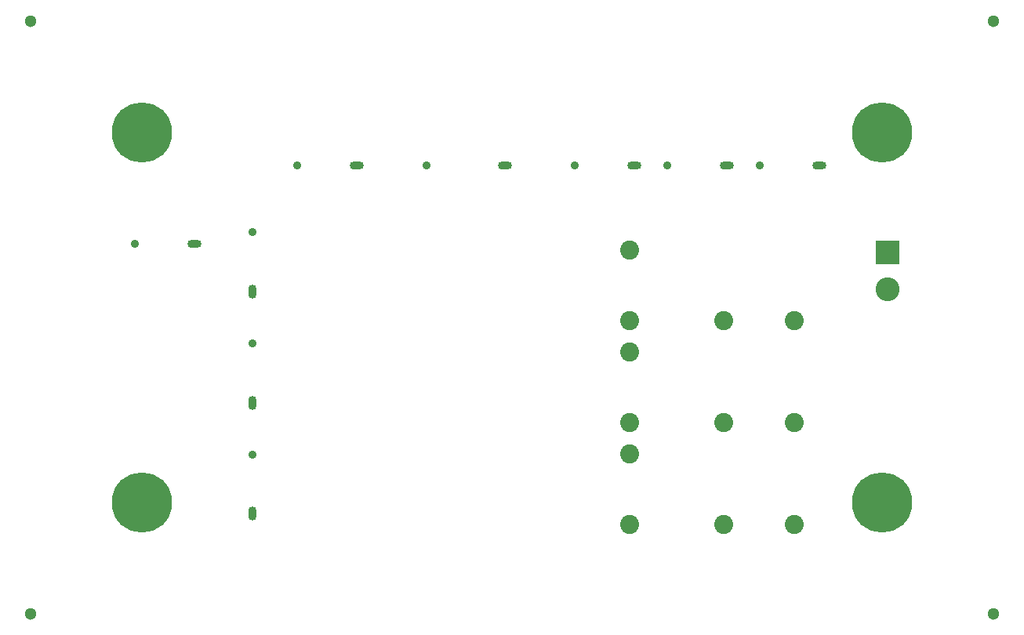
<source format=gbr>
%TF.GenerationSoftware,KiCad,Pcbnew,7.0.10*%
%TF.CreationDate,2024-07-30T22:44:23+09:00*%
%TF.ProjectId,Latch-Circuit,4c617463-682d-4436-9972-637569742e6b,rev?*%
%TF.SameCoordinates,Original*%
%TF.FileFunction,Soldermask,Bot*%
%TF.FilePolarity,Negative*%
%FSLAX46Y46*%
G04 Gerber Fmt 4.6, Leading zero omitted, Abs format (unit mm)*
G04 Created by KiCad (PCBNEW 7.0.10) date 2024-07-30 22:44:23*
%MOMM*%
%LPD*%
G01*
G04 APERTURE LIST*
G04 Aperture macros list*
%AMRoundRect*
0 Rectangle with rounded corners*
0 $1 Rounding radius*
0 $2 $3 $4 $5 $6 $7 $8 $9 X,Y pos of 4 corners*
0 Add a 4 corners polygon primitive as box body*
4,1,4,$2,$3,$4,$5,$6,$7,$8,$9,$2,$3,0*
0 Add four circle primitives for the rounded corners*
1,1,$1+$1,$2,$3*
1,1,$1+$1,$4,$5*
1,1,$1+$1,$6,$7*
1,1,$1+$1,$8,$9*
0 Add four rect primitives between the rounded corners*
20,1,$1+$1,$2,$3,$4,$5,0*
20,1,$1+$1,$4,$5,$6,$7,0*
20,1,$1+$1,$6,$7,$8,$9,0*
20,1,$1+$1,$8,$9,$2,$3,0*%
G04 Aperture macros list end*
%ADD10C,2.050000*%
%ADD11O,0.900000X1.500000*%
%ADD12C,0.900000*%
%ADD13O,1.500000X0.900000*%
%ADD14C,6.500000*%
%ADD15RoundRect,0.052020X-1.235480X1.235480X-1.235480X-1.235480X1.235480X-1.235480X1.235480X1.235480X0*%
%ADD16C,2.575000*%
%ADD17C,1.300000*%
G04 APERTURE END LIST*
D10*
%TO.C,K3*%
X69680000Y-59310000D03*
X79840000Y-59310000D03*
X87460000Y-59310000D03*
X69680000Y-51690000D03*
%TD*%
D11*
%TO.C,J6*%
X28950000Y-58200000D03*
D12*
X28950000Y-51800000D03*
%TD*%
D13*
%TO.C,J10*%
X70200000Y-20550000D03*
D12*
X63800000Y-20550000D03*
%TD*%
%TO.C,H4*%
X94600000Y-57000000D03*
X95302944Y-55302944D03*
X95302944Y-58697056D03*
X97000000Y-54600000D03*
D14*
X97000000Y-57000000D03*
D12*
X97000000Y-59400000D03*
X98697056Y-55302944D03*
X98697056Y-58697056D03*
X99400000Y-57000000D03*
%TD*%
D15*
%TO.C,J7*%
X97550000Y-30000000D03*
D16*
X97550000Y-33960000D03*
%TD*%
D11*
%TO.C,J4*%
X28950000Y-34200000D03*
D12*
X28950000Y-27800000D03*
%TD*%
D17*
%TO.C,REF\u002A\u002A*%
X5000000Y-69000000D03*
%TD*%
D13*
%TO.C,J1*%
X22700000Y-29050000D03*
D12*
X16300000Y-29050000D03*
%TD*%
D17*
%TO.C,REF\u002A\u002A*%
X5000000Y-5000000D03*
%TD*%
D13*
%TO.C,J9*%
X80200000Y-20550000D03*
D12*
X73800000Y-20550000D03*
%TD*%
D17*
%TO.C,REF\u002A\u002A*%
X109000000Y-69000000D03*
%TD*%
D10*
%TO.C,K2*%
X69680000Y-48310000D03*
X79840000Y-48310000D03*
X87460000Y-48310000D03*
X69680000Y-40690000D03*
%TD*%
D13*
%TO.C,J2*%
X56200000Y-20550000D03*
D12*
X47800000Y-20550000D03*
%TD*%
D11*
%TO.C,J5*%
X28950000Y-46200000D03*
D12*
X28950000Y-39800000D03*
%TD*%
D13*
%TO.C,J3*%
X40200000Y-20550000D03*
D12*
X33800000Y-20550000D03*
%TD*%
%TO.C,H1*%
X14600000Y-17000000D03*
X15302944Y-15302944D03*
X15302944Y-18697056D03*
X17000000Y-14600000D03*
D14*
X17000000Y-17000000D03*
D12*
X17000000Y-19400000D03*
X18697056Y-15302944D03*
X18697056Y-18697056D03*
X19400000Y-17000000D03*
%TD*%
%TO.C,H3*%
X14600000Y-57000000D03*
X15302944Y-55302944D03*
X15302944Y-58697056D03*
X17000000Y-54600000D03*
D14*
X17000000Y-57000000D03*
D12*
X17000000Y-59400000D03*
X18697056Y-55302944D03*
X18697056Y-58697056D03*
X19400000Y-57000000D03*
%TD*%
D10*
%TO.C,K1*%
X69680000Y-37310000D03*
X79840000Y-37310000D03*
X87460000Y-37310000D03*
X69680000Y-29690000D03*
%TD*%
D13*
%TO.C,J8*%
X90200000Y-20550000D03*
D12*
X83800000Y-20550000D03*
%TD*%
D17*
%TO.C,REF\u002A\u002A*%
X109000000Y-5000000D03*
%TD*%
D12*
%TO.C,H2*%
X94600000Y-17000000D03*
X95302944Y-15302944D03*
X95302944Y-18697056D03*
X97000000Y-14600000D03*
D14*
X97000000Y-17000000D03*
D12*
X97000000Y-19400000D03*
X98697056Y-15302944D03*
X98697056Y-18697056D03*
X99400000Y-17000000D03*
%TD*%
M02*

</source>
